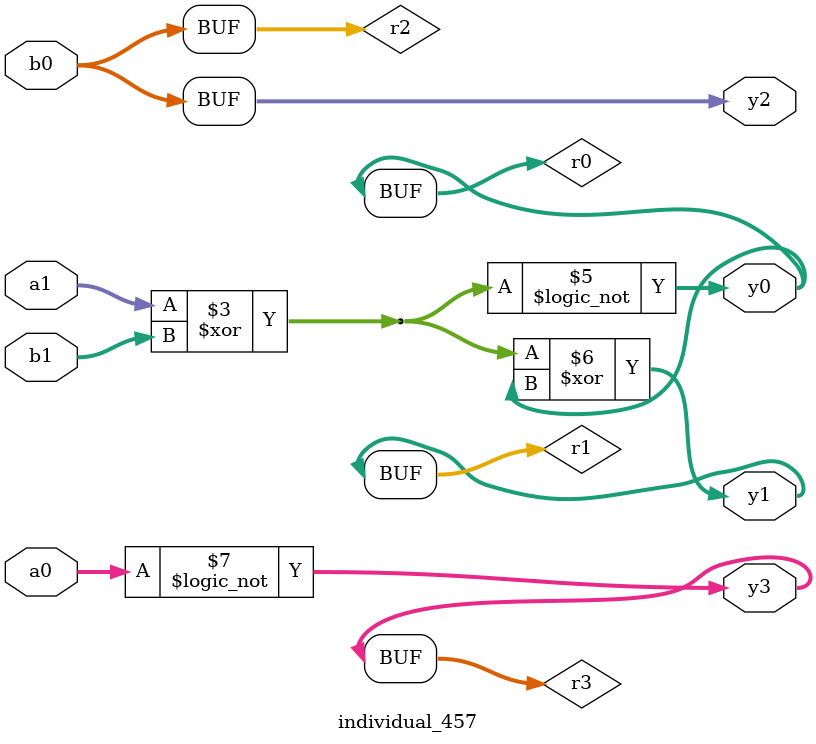
<source format=sv>
module individual_457(input logic [15:0] a1, input logic [15:0] a0, input logic [15:0] b1, input logic [15:0] b0, output logic [15:0] y3, output logic [15:0] y2, output logic [15:0] y1, output logic [15:0] y0);
logic [15:0] r0, r1, r2, r3; 
 always@(*) begin 
	 r0 = a0; r1 = a1; r2 = b0; r3 = b1; 
 	 r3 = ! b1 ;
 	 r1  ^=  b1 ;
 	 r3  &=  a1 ;
 	 r0 = ! r1 ;
 	 r1  ^=  r0 ;
 	 r3 = ! a0 ;
 	 y3 = r3; y2 = r2; y1 = r1; y0 = r0; 
end
endmodule
</source>
